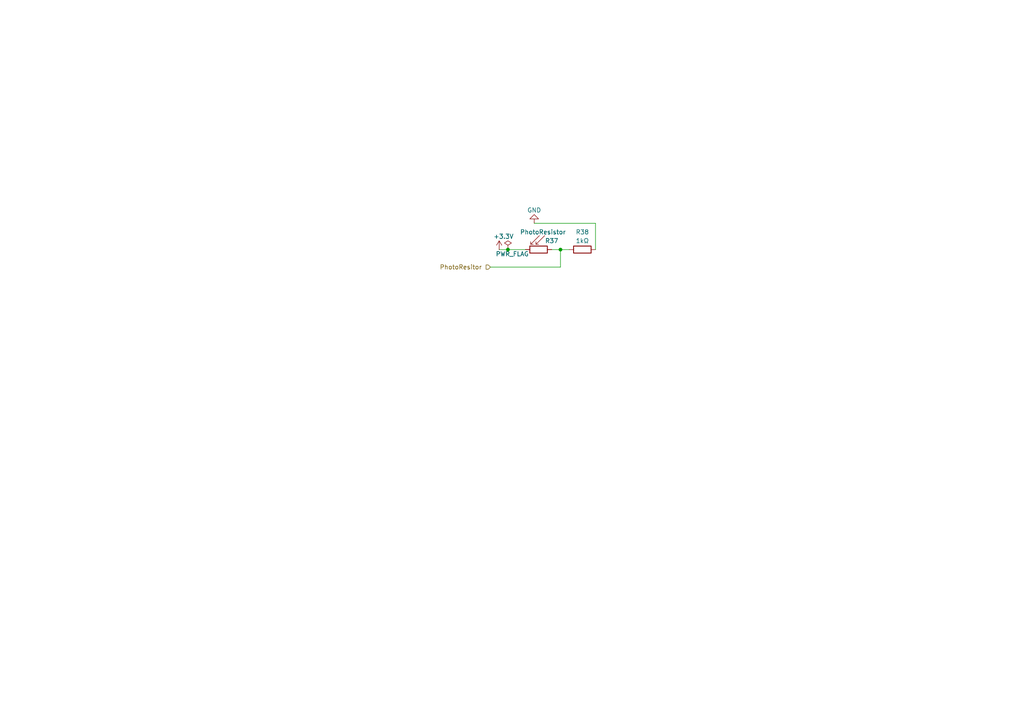
<source format=kicad_sch>
(kicad_sch (version 20250114) (generator "eeschema") (generator_version "9.0")
  (paper "A4")
  (lib_symbols
    (symbol "Device:R" (pin_numbers (hide yes)) (pin_names (offset 0))
      (property "Reference" "R" (at 2.032 0 90))
      (property "Value" "R" (at 0 0 90))
      (symbol "R_0_1"
        (rectangle (start -1.016 -2.54) (end 1.016 2.54) (stroke (width 0.254)))
      )
      (symbol "R_1_1"
        (pin passive line (at 0 3.81 270) (length 1.27) (name "~") (number "1"))
        (pin passive line (at 0 -3.81 90) (length 1.27) (name "~") (number "2"))
      )
    )
    (symbol "Device:R_Photo" (pin_numbers (hide yes)) (pin_names (offset 0))
      (property "Reference" "R" (at 1.27 1.27 0))
      (property "Value" "R_Photo" (at 1.27 0 0))
      (symbol "R_Photo_0_1"
        (polyline (pts (xy -1.524 -0.762) (xy -4.064 1.778)))
        (polyline (pts (xy -1.524 -0.762) (xy -2.286 -0.762)))
        (polyline (pts (xy -1.524 -0.762) (xy -1.524 0)))
        (polyline (pts (xy -1.524 -2.286) (xy -4.064 0.254)))
        (polyline (pts (xy -1.524 -2.286) (xy -2.286 -2.286)))
        (polyline (pts (xy -1.524 -2.286) (xy -1.524 -1.524)))
        (rectangle (start -1.016 2.54) (end 1.016 -2.54) (stroke (width 0.254)))
      )
      (symbol "R_Photo_1_1"
        (pin passive line (at 0 3.81 270) (length 1.27) (name "~") (number "1"))
        (pin passive line (at 0 -3.81 90) (length 1.27) (name "~") (number "2"))
      )
    )
    (symbol "power:+3.3V" (power) (pin_numbers (hide yes)) (pin_names (offset 0) (hide yes))
      (property "Value" "+3.3V" (at 0 3.556 0))
      (symbol "+3.3V_0_1"
        (polyline (pts (xy -0.762 1.27) (xy 0 2.54)))
        (polyline (pts (xy 0 2.54) (xy 0.762 1.27)))
        (polyline (pts (xy 0 0) (xy 0 2.54)))
      )
      (symbol "+3.3V_1_1"
        (pin power_in line (at 0 0 90) (length 0) (name "~") (number "1"))
      )
    )
    (symbol "power:GND" (power) (pin_numbers (hide yes)) (pin_names (offset 0) (hide yes))
      (property "Value" "GND" (at 0 -3.81 0))
      (symbol "GND_0_1"
        (polyline (pts (xy 0 0) (xy 0 -1.27) (xy 1.27 -1.27) (xy 0 -2.54) (xy -1.27 -1.27) (xy 0 -1.27)))
      )
      (symbol "GND_1_1"
        (pin power_in line (at 0 0 270) (length 0) (name "~") (number "1"))
      )
    )
    (symbol "power:PWR_FLAG" (power) (pin_numbers (hide yes)) (pin_names (offset 0) (hide yes))
      (property "Value" "PWR_FLAG" (at 0 3.81 0))
      (symbol "PWR_FLAG_0_0"
        (pin power_out line (at 0 0 90) (length 0) (name "~") (number "1"))
      )
      (symbol "PWR_FLAG_0_1"
        (polyline (pts (xy 0 0) (xy 0 1.27) (xy -1.016 1.905) (xy 0 2.54) (xy 1.016 1.905) (xy 0 1.27)))
      )
    )
  )
  (junction (at 162.56 72.39))
  (junction (at 147.32 72.39))
  (wire (pts (xy 144.78 72.39) (xy 147.32 72.39)))
  (wire (pts (xy 154.94 64.77) (xy 172.72 64.77)))
  (wire (pts (xy 142.24 77.47) (xy 162.56 77.47)))
  (wire (pts (xy 152.4 72.39) (xy 147.32 72.39)))
  (wire (pts (xy 172.72 64.77) (xy 172.72 72.39)))
  (wire (pts (xy 162.56 72.39) (xy 165.1 72.39)))
  (wire (pts (xy 160.02 72.39) (xy 162.56 72.39)))
  (wire (pts (xy 162.56 72.39) (xy 162.56 77.47)))
  (hierarchical_label "PhotoResitor " (shape input) (at 142.24 77.47 180))
  (symbol (lib_id "power:+3.3V") (at 144.78 72.39 0) (unit 1)
    (property "Reference" "#PWR0102" (effects (hide yes)))
    (property "Value" "+3.3V" (at 146.05 68.58 0))
    (property "Description" "Power symbol creates a global label with name \"+3.3V\"" (effects (hide yes)))
  )
  (symbol (lib_id "Device:R_Photo") (at 156.21 72.39 270) (unit 1)
    (property "Reference" "R37" (at 160.02 69.85 90))
    (property "Value" "PhotoResistor" (at 157.48 67.31 90))
    (property "Footprint" "OptoDevice:R_LDR_5.1x4.3mm_P3.4mm_Vertical" (effects (hide yes)))
    (property "Datasheet" "https://www.lcsc.com/datasheet/lcsc_datasheet_2304140030_JCHL-Shenzhen-Jing-Chuang-He-Li-Tech-GL5516-5-10_C10077.pdf" (effects (hide yes)))
    (property "Description" "Photoresistor" (effects (hide yes)))
    (property "JLCPCB Part #" "C10077" (effects (hide yes)))
  )
  (symbol (lib_id "power:GND") (at 154.94 64.77 180) (unit 1)
    (property "Reference" "#PWR0103" (effects (hide yes)))
    (property "Value" "GND" (at 154.94 60.96 0))
    (property "Description" "Power symbol creates a global label with name \"GND\" , ground" (effects (hide yes)))
  )
  (symbol (lib_id "power:PWR_FLAG") (at 147.32 72.39 0) (unit 1)
    (property "Reference" "#FLG05" (effects (hide yes)))
    (property "Value" "PWR_FLAG" (at 148.59 73.66 0))
    (property "Description" "Special symbol for telling ERC where power comes from" (effects (hide yes)))
  )
  (symbol (lib_id "Device:R") (at 168.91 72.39 270) (unit 1)
    (property "Reference" "R38" (at 168.91 67.31 90))
    (property "Value" "1kΩ" (at 168.91 69.85 90))
    (property "Footprint" "Resistor_SMD:R_1206_3216Metric" (effects (hide yes)))
    (property "Datasheet" "https://www.lcsc.com/datasheet/lcsc_datasheet_2206010145_UNI-ROYAL-Uniroyal-Elec-1206W4F1002T5E_C17902.pdf" (effects (hide yes)))
    (property "Description" "Resistor" (effects (hide yes)))
    (property "JLCPCB Part #" "C17902" (effects (hide yes)))
  )
)
</source>
